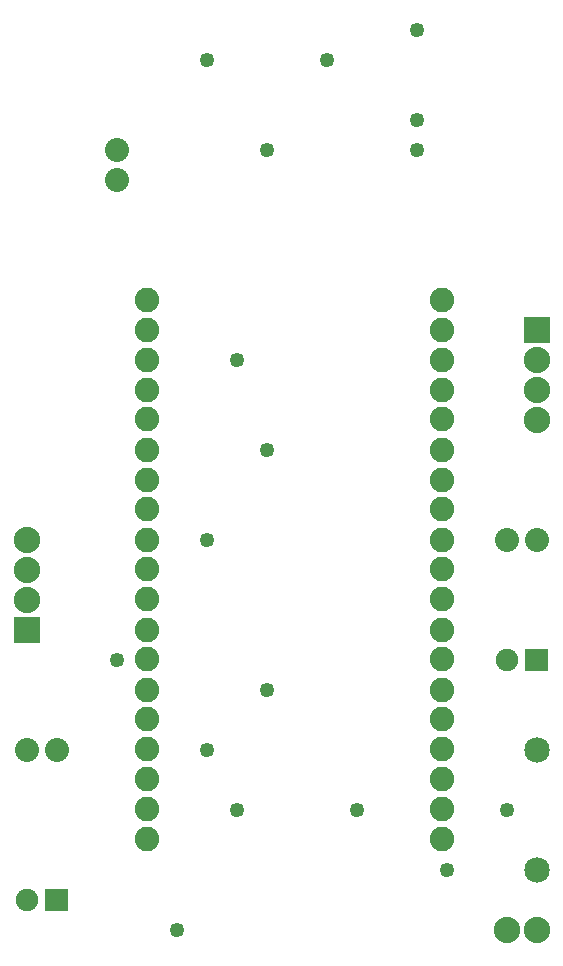
<source format=gbs>
G04 MADE WITH FRITZING*
G04 WWW.FRITZING.ORG*
G04 DOUBLE SIDED*
G04 HOLES PLATED*
G04 CONTOUR ON CENTER OF CONTOUR VECTOR*
%ASAXBY*%
%FSLAX23Y23*%
%MOIN*%
%OFA0B0*%
%SFA1.0B1.0*%
%ADD10C,0.088000*%
%ADD11C,0.081824*%
%ADD12C,0.080000*%
%ADD13C,0.075000*%
%ADD14C,0.085000*%
%ADD15C,0.049370*%
%ADD16R,0.088000X0.088000*%
%ADD17C,0.030000*%
%ADD18R,0.001000X0.001000*%
%LNMASK0*%
G90*
G70*
G54D10*
X130Y1202D03*
X130Y1302D03*
X130Y1402D03*
X130Y1502D03*
G54D11*
X530Y2302D03*
X530Y2202D03*
X530Y2102D03*
X530Y2002D03*
X530Y1903D03*
X530Y1802D03*
X530Y1702D03*
X530Y1603D03*
X530Y1502D03*
X530Y1403D03*
X530Y1303D03*
X530Y1202D03*
X530Y1103D03*
X530Y1002D03*
X530Y903D03*
X530Y803D03*
X530Y703D03*
X530Y603D03*
X530Y503D03*
X1516Y503D03*
X1516Y603D03*
X1516Y703D03*
X1516Y803D03*
X1516Y903D03*
X1516Y1002D03*
X1516Y1103D03*
X1516Y1202D03*
X1516Y1303D03*
X1516Y1403D03*
X1516Y1502D03*
X1516Y1603D03*
X1516Y1702D03*
X1516Y1802D03*
X1516Y1903D03*
X1516Y2002D03*
X1516Y2102D03*
X1516Y2202D03*
X1516Y2302D03*
G54D12*
X1730Y1502D03*
X1831Y1502D03*
X230Y802D03*
X130Y802D03*
X430Y2702D03*
X430Y2802D03*
G54D10*
X1830Y202D03*
X1730Y202D03*
X1830Y2202D03*
X1830Y2102D03*
X1830Y2002D03*
X1830Y1902D03*
G54D13*
X130Y302D03*
X230Y302D03*
X1730Y1102D03*
X1830Y1102D03*
G54D14*
X1830Y802D03*
X1830Y402D03*
G54D15*
X1430Y3202D03*
X1430Y2902D03*
X1430Y2802D03*
X1130Y3102D03*
X930Y2802D03*
X730Y3102D03*
X430Y1102D03*
X730Y1502D03*
X1530Y402D03*
X830Y2102D03*
X930Y1802D03*
X930Y1002D03*
X830Y602D03*
X730Y802D03*
X1730Y602D03*
X1230Y602D03*
X630Y202D03*
G54D16*
X130Y1202D03*
X1830Y2202D03*
G54D17*
G36*
X1859Y173D02*
X1801Y173D01*
X1801Y231D01*
X1859Y231D01*
X1859Y173D01*
G37*
D02*
G54D18*
X1792Y1139D02*
X1866Y1139D01*
X1792Y1138D02*
X1866Y1138D01*
X1792Y1137D02*
X1866Y1137D01*
X1792Y1136D02*
X1866Y1136D01*
X1792Y1135D02*
X1866Y1135D01*
X1792Y1134D02*
X1866Y1134D01*
X1792Y1133D02*
X1866Y1133D01*
X1792Y1132D02*
X1866Y1132D01*
X1792Y1131D02*
X1866Y1131D01*
X1792Y1130D02*
X1866Y1130D01*
X1792Y1129D02*
X1866Y1129D01*
X1792Y1128D02*
X1866Y1128D01*
X1792Y1127D02*
X1866Y1127D01*
X1792Y1126D02*
X1866Y1126D01*
X1792Y1125D02*
X1866Y1125D01*
X1792Y1124D02*
X1866Y1124D01*
X1792Y1123D02*
X1866Y1123D01*
X1792Y1122D02*
X1866Y1122D01*
X1792Y1121D02*
X1866Y1121D01*
X1792Y1120D02*
X1866Y1120D01*
X1792Y1119D02*
X1866Y1119D01*
X1792Y1118D02*
X1866Y1118D01*
X1792Y1117D02*
X1866Y1117D01*
X1792Y1116D02*
X1866Y1116D01*
X1792Y1115D02*
X1866Y1115D01*
X1792Y1114D02*
X1866Y1114D01*
X1792Y1113D02*
X1866Y1113D01*
X1792Y1112D02*
X1866Y1112D01*
X1792Y1111D02*
X1827Y1111D01*
X1832Y1111D02*
X1866Y1111D01*
X1792Y1110D02*
X1824Y1110D01*
X1834Y1110D02*
X1866Y1110D01*
X1792Y1109D02*
X1823Y1109D01*
X1836Y1109D02*
X1866Y1109D01*
X1792Y1108D02*
X1822Y1108D01*
X1837Y1108D02*
X1866Y1108D01*
X1792Y1107D02*
X1821Y1107D01*
X1838Y1107D02*
X1866Y1107D01*
X1792Y1106D02*
X1821Y1106D01*
X1838Y1106D02*
X1866Y1106D01*
X1792Y1105D02*
X1820Y1105D01*
X1838Y1105D02*
X1866Y1105D01*
X1792Y1104D02*
X1820Y1104D01*
X1839Y1104D02*
X1866Y1104D01*
X1792Y1103D02*
X1820Y1103D01*
X1839Y1103D02*
X1866Y1103D01*
X1792Y1102D02*
X1820Y1102D01*
X1839Y1102D02*
X1866Y1102D01*
X1792Y1101D02*
X1820Y1101D01*
X1839Y1101D02*
X1866Y1101D01*
X1792Y1100D02*
X1820Y1100D01*
X1838Y1100D02*
X1866Y1100D01*
X1792Y1099D02*
X1821Y1099D01*
X1838Y1099D02*
X1866Y1099D01*
X1792Y1098D02*
X1821Y1098D01*
X1838Y1098D02*
X1866Y1098D01*
X1792Y1097D02*
X1822Y1097D01*
X1837Y1097D02*
X1866Y1097D01*
X1792Y1096D02*
X1823Y1096D01*
X1836Y1096D02*
X1866Y1096D01*
X1792Y1095D02*
X1824Y1095D01*
X1835Y1095D02*
X1866Y1095D01*
X1792Y1094D02*
X1826Y1094D01*
X1832Y1094D02*
X1866Y1094D01*
X1792Y1093D02*
X1866Y1093D01*
X1792Y1092D02*
X1866Y1092D01*
X1792Y1091D02*
X1866Y1091D01*
X1792Y1090D02*
X1866Y1090D01*
X1792Y1089D02*
X1866Y1089D01*
X1792Y1088D02*
X1866Y1088D01*
X1792Y1087D02*
X1866Y1087D01*
X1792Y1086D02*
X1866Y1086D01*
X1792Y1085D02*
X1866Y1085D01*
X1792Y1084D02*
X1866Y1084D01*
X1792Y1083D02*
X1866Y1083D01*
X1792Y1082D02*
X1866Y1082D01*
X1792Y1081D02*
X1866Y1081D01*
X1792Y1080D02*
X1866Y1080D01*
X1792Y1079D02*
X1866Y1079D01*
X1792Y1078D02*
X1866Y1078D01*
X1792Y1077D02*
X1866Y1077D01*
X1792Y1076D02*
X1866Y1076D01*
X1792Y1075D02*
X1866Y1075D01*
X1792Y1074D02*
X1866Y1074D01*
X1792Y1073D02*
X1866Y1073D01*
X1792Y1072D02*
X1866Y1072D01*
X1792Y1071D02*
X1866Y1071D01*
X1792Y1070D02*
X1866Y1070D01*
X1792Y1069D02*
X1866Y1069D01*
X1792Y1068D02*
X1866Y1068D01*
X1792Y1067D02*
X1866Y1067D01*
X1792Y1066D02*
X1866Y1066D01*
X1793Y1065D02*
X1866Y1065D01*
X193Y339D02*
X267Y339D01*
X193Y338D02*
X267Y338D01*
X193Y337D02*
X267Y337D01*
X193Y336D02*
X267Y336D01*
X193Y335D02*
X267Y335D01*
X193Y334D02*
X267Y334D01*
X193Y333D02*
X267Y333D01*
X193Y332D02*
X267Y332D01*
X193Y331D02*
X267Y331D01*
X193Y330D02*
X267Y330D01*
X193Y329D02*
X267Y329D01*
X193Y328D02*
X267Y328D01*
X193Y327D02*
X267Y327D01*
X193Y326D02*
X267Y326D01*
X193Y325D02*
X267Y325D01*
X193Y324D02*
X267Y324D01*
X193Y323D02*
X267Y323D01*
X193Y322D02*
X267Y322D01*
X193Y321D02*
X267Y321D01*
X193Y320D02*
X267Y320D01*
X193Y319D02*
X267Y319D01*
X193Y318D02*
X267Y318D01*
X193Y317D02*
X267Y317D01*
X193Y316D02*
X267Y316D01*
X193Y315D02*
X267Y315D01*
X193Y314D02*
X267Y314D01*
X193Y313D02*
X267Y313D01*
X193Y312D02*
X267Y312D01*
X193Y311D02*
X227Y311D01*
X233Y311D02*
X267Y311D01*
X193Y310D02*
X225Y310D01*
X235Y310D02*
X267Y310D01*
X193Y309D02*
X223Y309D01*
X236Y309D02*
X267Y309D01*
X193Y308D02*
X222Y308D01*
X237Y308D02*
X267Y308D01*
X193Y307D02*
X222Y307D01*
X238Y307D02*
X267Y307D01*
X193Y306D02*
X221Y306D01*
X238Y306D02*
X267Y306D01*
X193Y305D02*
X221Y305D01*
X239Y305D02*
X267Y305D01*
X193Y304D02*
X221Y304D01*
X239Y304D02*
X267Y304D01*
X193Y303D02*
X221Y303D01*
X239Y303D02*
X267Y303D01*
X193Y302D02*
X221Y302D01*
X239Y302D02*
X267Y302D01*
X193Y301D02*
X221Y301D01*
X239Y301D02*
X267Y301D01*
X193Y300D02*
X221Y300D01*
X239Y300D02*
X267Y300D01*
X193Y299D02*
X221Y299D01*
X238Y299D02*
X267Y299D01*
X193Y298D02*
X222Y298D01*
X238Y298D02*
X267Y298D01*
X193Y297D02*
X222Y297D01*
X237Y297D02*
X267Y297D01*
X193Y296D02*
X223Y296D01*
X236Y296D02*
X267Y296D01*
X193Y295D02*
X225Y295D01*
X235Y295D02*
X267Y295D01*
X193Y294D02*
X227Y294D01*
X233Y294D02*
X267Y294D01*
X193Y293D02*
X267Y293D01*
X193Y292D02*
X267Y292D01*
X193Y291D02*
X267Y291D01*
X193Y290D02*
X267Y290D01*
X193Y289D02*
X267Y289D01*
X193Y288D02*
X267Y288D01*
X193Y287D02*
X267Y287D01*
X193Y286D02*
X267Y286D01*
X193Y285D02*
X267Y285D01*
X193Y284D02*
X267Y284D01*
X193Y283D02*
X267Y283D01*
X193Y282D02*
X267Y282D01*
X193Y281D02*
X267Y281D01*
X193Y280D02*
X267Y280D01*
X193Y279D02*
X267Y279D01*
X193Y278D02*
X267Y278D01*
X193Y277D02*
X267Y277D01*
X193Y276D02*
X267Y276D01*
X193Y275D02*
X267Y275D01*
X193Y274D02*
X267Y274D01*
X193Y273D02*
X267Y273D01*
X193Y272D02*
X267Y272D01*
X193Y271D02*
X267Y271D01*
X193Y270D02*
X267Y270D01*
X193Y269D02*
X267Y269D01*
X193Y268D02*
X267Y268D01*
X193Y267D02*
X267Y267D01*
X193Y266D02*
X267Y266D01*
X193Y265D02*
X266Y265D01*
D02*
G04 End of Mask0*
M02*
</source>
